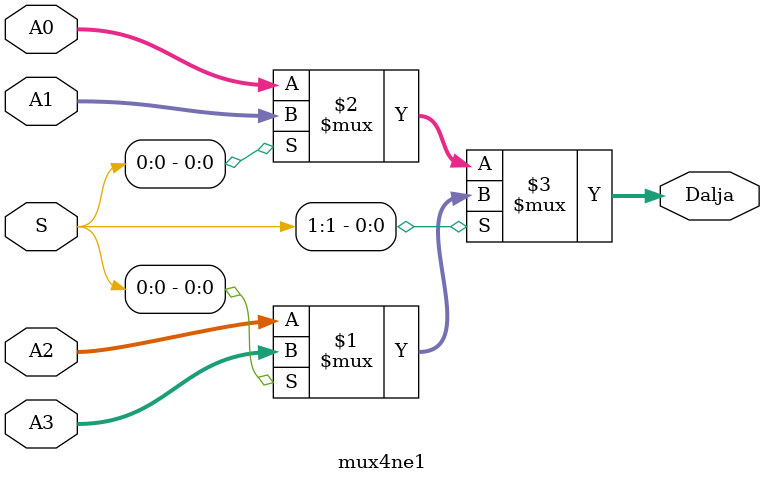
<source format=v>
`timescale 1ns / 1ps


module mux4ne1(
    input [15:0] A0,
    input [15:0] A1,
    input [15:0] A2,
    input [15:0] A3,
    input [1:0] S,
    output [15:0] Dalja
);

assign Dalja = (S[1] ? (S[0] ? A3 : A2) : (S[0] ? A1 : A0));

endmodule

</source>
